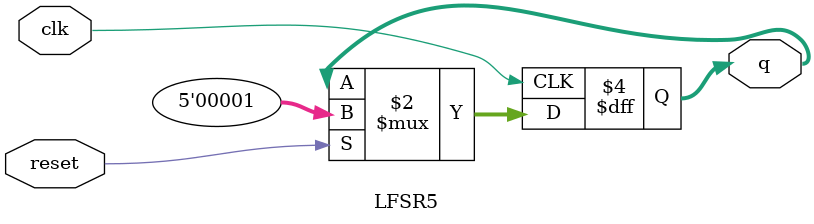
<source format=sv>
module LFSR5 
(
  input clk,
  input reset,
  output [4:0] q
);
  
  always @(posedge clk) begin
    if (reset) begin
      q <= 1;
    end
    else begin
    end
  end

endmodule
</source>
